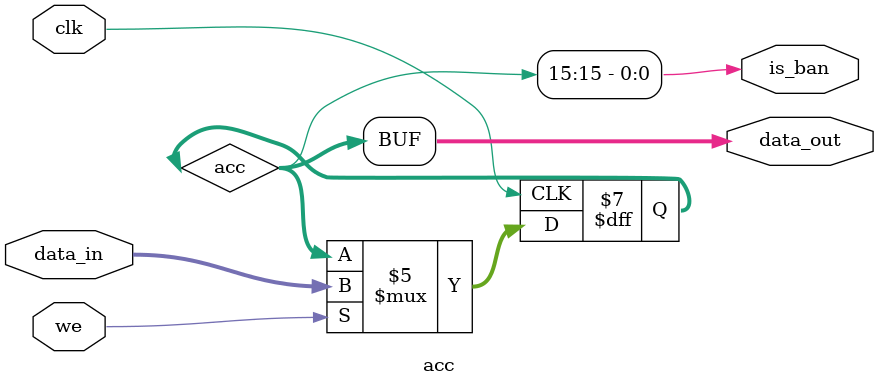
<source format=v>
`timescale 1ns / 1ps


module acc(clk,we,data_in,data_out,is_ban);
    input wire clk,we;
    input wire [15:0] data_in;
    output wire [15:0] data_out;
    output wire is_ban;
    
    reg [15:0] acc;
    
    initial begin
        acc=0;
    end
    
    assign data_out=acc;
    assign is_ban=acc[15];
    
    always@(negedge clk) begin
        if(we==1)
            acc=data_in;
    end
    
endmodule

</source>
